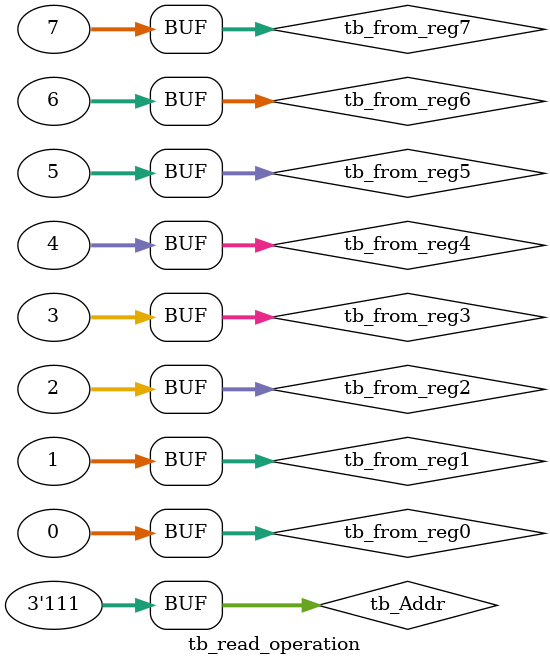
<source format=v>
`timescale 1ns/100ps
module tb_read_operation;
	//set reg and wire
	reg [31:0] tb_from_reg0, tb_from_reg1, tb_from_reg2, tb_from_reg3, tb_from_reg4, tb_from_reg5, tb_from_reg6, tb_from_reg7;
	reg [2:0] tb_Addr;
	wire [31:0] tb_Data;
	//instance read_operation
	read_operation U0_read_operation(.Addr(tb_Addr), .Data(tb_Data), .from_reg0(tb_from_reg0), .from_reg1(tb_from_reg1), .from_reg2(tb_from_reg2), 
											.from_reg3(tb_from_reg3), .from_reg4(tb_from_reg4), .from_reg5(tb_from_reg5), 
											.from_reg6(tb_from_reg6), .from_reg7(tb_from_reg7));
	//testbench
	initial
	begin
	//set reg value first
	tb_from_reg0 = 32'h0000_0000;
	tb_from_reg1 = 32'h0000_0001;
	tb_from_reg2 = 32'h0000_0002;
	tb_from_reg3 = 32'h0000_0003;
	tb_from_reg4 = 32'h0000_0004;
	tb_from_reg5 = 32'h0000_0005;
	tb_from_reg6 = 32'h0000_0006;
	tb_from_reg7 = 32'h0000_0007;
		#10;
	tb_Addr=3'b000;//get value for 000
		#10;
	tb_Addr=3'b001;//get value from 001
		#10
	tb_Addr=3'b010;//get value from 010
		#10;
	tb_Addr=3'b011;//get value from 011
		#10;
	tb_Addr=3'b100;//get value from 100
		#10;
	tb_Addr=3'b101;//get value from 101
		#10;
	tb_Addr=3'b110;//get value from 110
		#10;
	tb_Addr=3'b111;//get value from 111
		#10;
	
	end
endmodule

</source>
